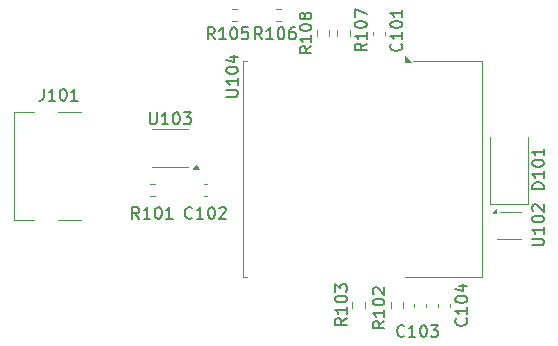
<source format=gto>
%TF.GenerationSoftware,KiCad,Pcbnew,8.0.6*%
%TF.CreationDate,2024-12-09T16:08:49+11:00*%
%TF.ProjectId,PropellerLampMate,50726f70-656c-46c6-9572-4c616d704d61,rev?*%
%TF.SameCoordinates,Original*%
%TF.FileFunction,Legend,Top*%
%TF.FilePolarity,Positive*%
%FSLAX46Y46*%
G04 Gerber Fmt 4.6, Leading zero omitted, Abs format (unit mm)*
G04 Created by KiCad (PCBNEW 8.0.6) date 2024-12-09 16:08:49*
%MOMM*%
%LPD*%
G01*
G04 APERTURE LIST*
%ADD10C,0.150000*%
%ADD11C,0.120000*%
G04 APERTURE END LIST*
D10*
X177859580Y-47619047D02*
X177907200Y-47666666D01*
X177907200Y-47666666D02*
X177954819Y-47809523D01*
X177954819Y-47809523D02*
X177954819Y-47904761D01*
X177954819Y-47904761D02*
X177907200Y-48047618D01*
X177907200Y-48047618D02*
X177811961Y-48142856D01*
X177811961Y-48142856D02*
X177716723Y-48190475D01*
X177716723Y-48190475D02*
X177526247Y-48238094D01*
X177526247Y-48238094D02*
X177383390Y-48238094D01*
X177383390Y-48238094D02*
X177192914Y-48190475D01*
X177192914Y-48190475D02*
X177097676Y-48142856D01*
X177097676Y-48142856D02*
X177002438Y-48047618D01*
X177002438Y-48047618D02*
X176954819Y-47904761D01*
X176954819Y-47904761D02*
X176954819Y-47809523D01*
X176954819Y-47809523D02*
X177002438Y-47666666D01*
X177002438Y-47666666D02*
X177050057Y-47619047D01*
X177954819Y-46666666D02*
X177954819Y-47238094D01*
X177954819Y-46952380D02*
X176954819Y-46952380D01*
X176954819Y-46952380D02*
X177097676Y-47047618D01*
X177097676Y-47047618D02*
X177192914Y-47142856D01*
X177192914Y-47142856D02*
X177240533Y-47238094D01*
X176954819Y-46047618D02*
X176954819Y-45952380D01*
X176954819Y-45952380D02*
X177002438Y-45857142D01*
X177002438Y-45857142D02*
X177050057Y-45809523D01*
X177050057Y-45809523D02*
X177145295Y-45761904D01*
X177145295Y-45761904D02*
X177335771Y-45714285D01*
X177335771Y-45714285D02*
X177573866Y-45714285D01*
X177573866Y-45714285D02*
X177764342Y-45761904D01*
X177764342Y-45761904D02*
X177859580Y-45809523D01*
X177859580Y-45809523D02*
X177907200Y-45857142D01*
X177907200Y-45857142D02*
X177954819Y-45952380D01*
X177954819Y-45952380D02*
X177954819Y-46047618D01*
X177954819Y-46047618D02*
X177907200Y-46142856D01*
X177907200Y-46142856D02*
X177859580Y-46190475D01*
X177859580Y-46190475D02*
X177764342Y-46238094D01*
X177764342Y-46238094D02*
X177573866Y-46285713D01*
X177573866Y-46285713D02*
X177335771Y-46285713D01*
X177335771Y-46285713D02*
X177145295Y-46238094D01*
X177145295Y-46238094D02*
X177050057Y-46190475D01*
X177050057Y-46190475D02*
X177002438Y-46142856D01*
X177002438Y-46142856D02*
X176954819Y-46047618D01*
X177954819Y-44761904D02*
X177954819Y-45333332D01*
X177954819Y-45047618D02*
X176954819Y-45047618D01*
X176954819Y-45047618D02*
X177097676Y-45142856D01*
X177097676Y-45142856D02*
X177192914Y-45238094D01*
X177192914Y-45238094D02*
X177240533Y-45333332D01*
X170274819Y-47869047D02*
X169798628Y-48202380D01*
X170274819Y-48440475D02*
X169274819Y-48440475D01*
X169274819Y-48440475D02*
X169274819Y-48059523D01*
X169274819Y-48059523D02*
X169322438Y-47964285D01*
X169322438Y-47964285D02*
X169370057Y-47916666D01*
X169370057Y-47916666D02*
X169465295Y-47869047D01*
X169465295Y-47869047D02*
X169608152Y-47869047D01*
X169608152Y-47869047D02*
X169703390Y-47916666D01*
X169703390Y-47916666D02*
X169751009Y-47964285D01*
X169751009Y-47964285D02*
X169798628Y-48059523D01*
X169798628Y-48059523D02*
X169798628Y-48440475D01*
X170274819Y-46916666D02*
X170274819Y-47488094D01*
X170274819Y-47202380D02*
X169274819Y-47202380D01*
X169274819Y-47202380D02*
X169417676Y-47297618D01*
X169417676Y-47297618D02*
X169512914Y-47392856D01*
X169512914Y-47392856D02*
X169560533Y-47488094D01*
X169274819Y-46297618D02*
X169274819Y-46202380D01*
X169274819Y-46202380D02*
X169322438Y-46107142D01*
X169322438Y-46107142D02*
X169370057Y-46059523D01*
X169370057Y-46059523D02*
X169465295Y-46011904D01*
X169465295Y-46011904D02*
X169655771Y-45964285D01*
X169655771Y-45964285D02*
X169893866Y-45964285D01*
X169893866Y-45964285D02*
X170084342Y-46011904D01*
X170084342Y-46011904D02*
X170179580Y-46059523D01*
X170179580Y-46059523D02*
X170227200Y-46107142D01*
X170227200Y-46107142D02*
X170274819Y-46202380D01*
X170274819Y-46202380D02*
X170274819Y-46297618D01*
X170274819Y-46297618D02*
X170227200Y-46392856D01*
X170227200Y-46392856D02*
X170179580Y-46440475D01*
X170179580Y-46440475D02*
X170084342Y-46488094D01*
X170084342Y-46488094D02*
X169893866Y-46535713D01*
X169893866Y-46535713D02*
X169655771Y-46535713D01*
X169655771Y-46535713D02*
X169465295Y-46488094D01*
X169465295Y-46488094D02*
X169370057Y-46440475D01*
X169370057Y-46440475D02*
X169322438Y-46392856D01*
X169322438Y-46392856D02*
X169274819Y-46297618D01*
X169703390Y-45392856D02*
X169655771Y-45488094D01*
X169655771Y-45488094D02*
X169608152Y-45535713D01*
X169608152Y-45535713D02*
X169512914Y-45583332D01*
X169512914Y-45583332D02*
X169465295Y-45583332D01*
X169465295Y-45583332D02*
X169370057Y-45535713D01*
X169370057Y-45535713D02*
X169322438Y-45488094D01*
X169322438Y-45488094D02*
X169274819Y-45392856D01*
X169274819Y-45392856D02*
X169274819Y-45202380D01*
X169274819Y-45202380D02*
X169322438Y-45107142D01*
X169322438Y-45107142D02*
X169370057Y-45059523D01*
X169370057Y-45059523D02*
X169465295Y-45011904D01*
X169465295Y-45011904D02*
X169512914Y-45011904D01*
X169512914Y-45011904D02*
X169608152Y-45059523D01*
X169608152Y-45059523D02*
X169655771Y-45107142D01*
X169655771Y-45107142D02*
X169703390Y-45202380D01*
X169703390Y-45202380D02*
X169703390Y-45392856D01*
X169703390Y-45392856D02*
X169751009Y-45488094D01*
X169751009Y-45488094D02*
X169798628Y-45535713D01*
X169798628Y-45535713D02*
X169893866Y-45583332D01*
X169893866Y-45583332D02*
X170084342Y-45583332D01*
X170084342Y-45583332D02*
X170179580Y-45535713D01*
X170179580Y-45535713D02*
X170227200Y-45488094D01*
X170227200Y-45488094D02*
X170274819Y-45392856D01*
X170274819Y-45392856D02*
X170274819Y-45202380D01*
X170274819Y-45202380D02*
X170227200Y-45107142D01*
X170227200Y-45107142D02*
X170179580Y-45059523D01*
X170179580Y-45059523D02*
X170084342Y-45011904D01*
X170084342Y-45011904D02*
X169893866Y-45011904D01*
X169893866Y-45011904D02*
X169798628Y-45059523D01*
X169798628Y-45059523D02*
X169751009Y-45107142D01*
X169751009Y-45107142D02*
X169703390Y-45202380D01*
X162080952Y-47254819D02*
X161747619Y-46778628D01*
X161509524Y-47254819D02*
X161509524Y-46254819D01*
X161509524Y-46254819D02*
X161890476Y-46254819D01*
X161890476Y-46254819D02*
X161985714Y-46302438D01*
X161985714Y-46302438D02*
X162033333Y-46350057D01*
X162033333Y-46350057D02*
X162080952Y-46445295D01*
X162080952Y-46445295D02*
X162080952Y-46588152D01*
X162080952Y-46588152D02*
X162033333Y-46683390D01*
X162033333Y-46683390D02*
X161985714Y-46731009D01*
X161985714Y-46731009D02*
X161890476Y-46778628D01*
X161890476Y-46778628D02*
X161509524Y-46778628D01*
X163033333Y-47254819D02*
X162461905Y-47254819D01*
X162747619Y-47254819D02*
X162747619Y-46254819D01*
X162747619Y-46254819D02*
X162652381Y-46397676D01*
X162652381Y-46397676D02*
X162557143Y-46492914D01*
X162557143Y-46492914D02*
X162461905Y-46540533D01*
X163652381Y-46254819D02*
X163747619Y-46254819D01*
X163747619Y-46254819D02*
X163842857Y-46302438D01*
X163842857Y-46302438D02*
X163890476Y-46350057D01*
X163890476Y-46350057D02*
X163938095Y-46445295D01*
X163938095Y-46445295D02*
X163985714Y-46635771D01*
X163985714Y-46635771D02*
X163985714Y-46873866D01*
X163985714Y-46873866D02*
X163938095Y-47064342D01*
X163938095Y-47064342D02*
X163890476Y-47159580D01*
X163890476Y-47159580D02*
X163842857Y-47207200D01*
X163842857Y-47207200D02*
X163747619Y-47254819D01*
X163747619Y-47254819D02*
X163652381Y-47254819D01*
X163652381Y-47254819D02*
X163557143Y-47207200D01*
X163557143Y-47207200D02*
X163509524Y-47159580D01*
X163509524Y-47159580D02*
X163461905Y-47064342D01*
X163461905Y-47064342D02*
X163414286Y-46873866D01*
X163414286Y-46873866D02*
X163414286Y-46635771D01*
X163414286Y-46635771D02*
X163461905Y-46445295D01*
X163461905Y-46445295D02*
X163509524Y-46350057D01*
X163509524Y-46350057D02*
X163557143Y-46302438D01*
X163557143Y-46302438D02*
X163652381Y-46254819D01*
X164890476Y-46254819D02*
X164414286Y-46254819D01*
X164414286Y-46254819D02*
X164366667Y-46731009D01*
X164366667Y-46731009D02*
X164414286Y-46683390D01*
X164414286Y-46683390D02*
X164509524Y-46635771D01*
X164509524Y-46635771D02*
X164747619Y-46635771D01*
X164747619Y-46635771D02*
X164842857Y-46683390D01*
X164842857Y-46683390D02*
X164890476Y-46731009D01*
X164890476Y-46731009D02*
X164938095Y-46826247D01*
X164938095Y-46826247D02*
X164938095Y-47064342D01*
X164938095Y-47064342D02*
X164890476Y-47159580D01*
X164890476Y-47159580D02*
X164842857Y-47207200D01*
X164842857Y-47207200D02*
X164747619Y-47254819D01*
X164747619Y-47254819D02*
X164509524Y-47254819D01*
X164509524Y-47254819D02*
X164414286Y-47207200D01*
X164414286Y-47207200D02*
X164366667Y-47159580D01*
X147589285Y-51454819D02*
X147589285Y-52169104D01*
X147589285Y-52169104D02*
X147541666Y-52311961D01*
X147541666Y-52311961D02*
X147446428Y-52407200D01*
X147446428Y-52407200D02*
X147303571Y-52454819D01*
X147303571Y-52454819D02*
X147208333Y-52454819D01*
X148589285Y-52454819D02*
X148017857Y-52454819D01*
X148303571Y-52454819D02*
X148303571Y-51454819D01*
X148303571Y-51454819D02*
X148208333Y-51597676D01*
X148208333Y-51597676D02*
X148113095Y-51692914D01*
X148113095Y-51692914D02*
X148017857Y-51740533D01*
X149208333Y-51454819D02*
X149303571Y-51454819D01*
X149303571Y-51454819D02*
X149398809Y-51502438D01*
X149398809Y-51502438D02*
X149446428Y-51550057D01*
X149446428Y-51550057D02*
X149494047Y-51645295D01*
X149494047Y-51645295D02*
X149541666Y-51835771D01*
X149541666Y-51835771D02*
X149541666Y-52073866D01*
X149541666Y-52073866D02*
X149494047Y-52264342D01*
X149494047Y-52264342D02*
X149446428Y-52359580D01*
X149446428Y-52359580D02*
X149398809Y-52407200D01*
X149398809Y-52407200D02*
X149303571Y-52454819D01*
X149303571Y-52454819D02*
X149208333Y-52454819D01*
X149208333Y-52454819D02*
X149113095Y-52407200D01*
X149113095Y-52407200D02*
X149065476Y-52359580D01*
X149065476Y-52359580D02*
X149017857Y-52264342D01*
X149017857Y-52264342D02*
X148970238Y-52073866D01*
X148970238Y-52073866D02*
X148970238Y-51835771D01*
X148970238Y-51835771D02*
X149017857Y-51645295D01*
X149017857Y-51645295D02*
X149065476Y-51550057D01*
X149065476Y-51550057D02*
X149113095Y-51502438D01*
X149113095Y-51502438D02*
X149208333Y-51454819D01*
X150494047Y-52454819D02*
X149922619Y-52454819D01*
X150208333Y-52454819D02*
X150208333Y-51454819D01*
X150208333Y-51454819D02*
X150113095Y-51597676D01*
X150113095Y-51597676D02*
X150017857Y-51692914D01*
X150017857Y-51692914D02*
X149922619Y-51740533D01*
X160180953Y-62359580D02*
X160133334Y-62407200D01*
X160133334Y-62407200D02*
X159990477Y-62454819D01*
X159990477Y-62454819D02*
X159895239Y-62454819D01*
X159895239Y-62454819D02*
X159752382Y-62407200D01*
X159752382Y-62407200D02*
X159657144Y-62311961D01*
X159657144Y-62311961D02*
X159609525Y-62216723D01*
X159609525Y-62216723D02*
X159561906Y-62026247D01*
X159561906Y-62026247D02*
X159561906Y-61883390D01*
X159561906Y-61883390D02*
X159609525Y-61692914D01*
X159609525Y-61692914D02*
X159657144Y-61597676D01*
X159657144Y-61597676D02*
X159752382Y-61502438D01*
X159752382Y-61502438D02*
X159895239Y-61454819D01*
X159895239Y-61454819D02*
X159990477Y-61454819D01*
X159990477Y-61454819D02*
X160133334Y-61502438D01*
X160133334Y-61502438D02*
X160180953Y-61550057D01*
X161133334Y-62454819D02*
X160561906Y-62454819D01*
X160847620Y-62454819D02*
X160847620Y-61454819D01*
X160847620Y-61454819D02*
X160752382Y-61597676D01*
X160752382Y-61597676D02*
X160657144Y-61692914D01*
X160657144Y-61692914D02*
X160561906Y-61740533D01*
X161752382Y-61454819D02*
X161847620Y-61454819D01*
X161847620Y-61454819D02*
X161942858Y-61502438D01*
X161942858Y-61502438D02*
X161990477Y-61550057D01*
X161990477Y-61550057D02*
X162038096Y-61645295D01*
X162038096Y-61645295D02*
X162085715Y-61835771D01*
X162085715Y-61835771D02*
X162085715Y-62073866D01*
X162085715Y-62073866D02*
X162038096Y-62264342D01*
X162038096Y-62264342D02*
X161990477Y-62359580D01*
X161990477Y-62359580D02*
X161942858Y-62407200D01*
X161942858Y-62407200D02*
X161847620Y-62454819D01*
X161847620Y-62454819D02*
X161752382Y-62454819D01*
X161752382Y-62454819D02*
X161657144Y-62407200D01*
X161657144Y-62407200D02*
X161609525Y-62359580D01*
X161609525Y-62359580D02*
X161561906Y-62264342D01*
X161561906Y-62264342D02*
X161514287Y-62073866D01*
X161514287Y-62073866D02*
X161514287Y-61835771D01*
X161514287Y-61835771D02*
X161561906Y-61645295D01*
X161561906Y-61645295D02*
X161609525Y-61550057D01*
X161609525Y-61550057D02*
X161657144Y-61502438D01*
X161657144Y-61502438D02*
X161752382Y-61454819D01*
X162466668Y-61550057D02*
X162514287Y-61502438D01*
X162514287Y-61502438D02*
X162609525Y-61454819D01*
X162609525Y-61454819D02*
X162847620Y-61454819D01*
X162847620Y-61454819D02*
X162942858Y-61502438D01*
X162942858Y-61502438D02*
X162990477Y-61550057D01*
X162990477Y-61550057D02*
X163038096Y-61645295D01*
X163038096Y-61645295D02*
X163038096Y-61740533D01*
X163038096Y-61740533D02*
X162990477Y-61883390D01*
X162990477Y-61883390D02*
X162419049Y-62454819D01*
X162419049Y-62454819D02*
X163038096Y-62454819D01*
X176454819Y-71119047D02*
X175978628Y-71452380D01*
X176454819Y-71690475D02*
X175454819Y-71690475D01*
X175454819Y-71690475D02*
X175454819Y-71309523D01*
X175454819Y-71309523D02*
X175502438Y-71214285D01*
X175502438Y-71214285D02*
X175550057Y-71166666D01*
X175550057Y-71166666D02*
X175645295Y-71119047D01*
X175645295Y-71119047D02*
X175788152Y-71119047D01*
X175788152Y-71119047D02*
X175883390Y-71166666D01*
X175883390Y-71166666D02*
X175931009Y-71214285D01*
X175931009Y-71214285D02*
X175978628Y-71309523D01*
X175978628Y-71309523D02*
X175978628Y-71690475D01*
X176454819Y-70166666D02*
X176454819Y-70738094D01*
X176454819Y-70452380D02*
X175454819Y-70452380D01*
X175454819Y-70452380D02*
X175597676Y-70547618D01*
X175597676Y-70547618D02*
X175692914Y-70642856D01*
X175692914Y-70642856D02*
X175740533Y-70738094D01*
X175454819Y-69547618D02*
X175454819Y-69452380D01*
X175454819Y-69452380D02*
X175502438Y-69357142D01*
X175502438Y-69357142D02*
X175550057Y-69309523D01*
X175550057Y-69309523D02*
X175645295Y-69261904D01*
X175645295Y-69261904D02*
X175835771Y-69214285D01*
X175835771Y-69214285D02*
X176073866Y-69214285D01*
X176073866Y-69214285D02*
X176264342Y-69261904D01*
X176264342Y-69261904D02*
X176359580Y-69309523D01*
X176359580Y-69309523D02*
X176407200Y-69357142D01*
X176407200Y-69357142D02*
X176454819Y-69452380D01*
X176454819Y-69452380D02*
X176454819Y-69547618D01*
X176454819Y-69547618D02*
X176407200Y-69642856D01*
X176407200Y-69642856D02*
X176359580Y-69690475D01*
X176359580Y-69690475D02*
X176264342Y-69738094D01*
X176264342Y-69738094D02*
X176073866Y-69785713D01*
X176073866Y-69785713D02*
X175835771Y-69785713D01*
X175835771Y-69785713D02*
X175645295Y-69738094D01*
X175645295Y-69738094D02*
X175550057Y-69690475D01*
X175550057Y-69690475D02*
X175502438Y-69642856D01*
X175502438Y-69642856D02*
X175454819Y-69547618D01*
X175550057Y-68833332D02*
X175502438Y-68785713D01*
X175502438Y-68785713D02*
X175454819Y-68690475D01*
X175454819Y-68690475D02*
X175454819Y-68452380D01*
X175454819Y-68452380D02*
X175502438Y-68357142D01*
X175502438Y-68357142D02*
X175550057Y-68309523D01*
X175550057Y-68309523D02*
X175645295Y-68261904D01*
X175645295Y-68261904D02*
X175740533Y-68261904D01*
X175740533Y-68261904D02*
X175883390Y-68309523D01*
X175883390Y-68309523D02*
X176454819Y-68880951D01*
X176454819Y-68880951D02*
X176454819Y-68261904D01*
X174954819Y-47619047D02*
X174478628Y-47952380D01*
X174954819Y-48190475D02*
X173954819Y-48190475D01*
X173954819Y-48190475D02*
X173954819Y-47809523D01*
X173954819Y-47809523D02*
X174002438Y-47714285D01*
X174002438Y-47714285D02*
X174050057Y-47666666D01*
X174050057Y-47666666D02*
X174145295Y-47619047D01*
X174145295Y-47619047D02*
X174288152Y-47619047D01*
X174288152Y-47619047D02*
X174383390Y-47666666D01*
X174383390Y-47666666D02*
X174431009Y-47714285D01*
X174431009Y-47714285D02*
X174478628Y-47809523D01*
X174478628Y-47809523D02*
X174478628Y-48190475D01*
X174954819Y-46666666D02*
X174954819Y-47238094D01*
X174954819Y-46952380D02*
X173954819Y-46952380D01*
X173954819Y-46952380D02*
X174097676Y-47047618D01*
X174097676Y-47047618D02*
X174192914Y-47142856D01*
X174192914Y-47142856D02*
X174240533Y-47238094D01*
X173954819Y-46047618D02*
X173954819Y-45952380D01*
X173954819Y-45952380D02*
X174002438Y-45857142D01*
X174002438Y-45857142D02*
X174050057Y-45809523D01*
X174050057Y-45809523D02*
X174145295Y-45761904D01*
X174145295Y-45761904D02*
X174335771Y-45714285D01*
X174335771Y-45714285D02*
X174573866Y-45714285D01*
X174573866Y-45714285D02*
X174764342Y-45761904D01*
X174764342Y-45761904D02*
X174859580Y-45809523D01*
X174859580Y-45809523D02*
X174907200Y-45857142D01*
X174907200Y-45857142D02*
X174954819Y-45952380D01*
X174954819Y-45952380D02*
X174954819Y-46047618D01*
X174954819Y-46047618D02*
X174907200Y-46142856D01*
X174907200Y-46142856D02*
X174859580Y-46190475D01*
X174859580Y-46190475D02*
X174764342Y-46238094D01*
X174764342Y-46238094D02*
X174573866Y-46285713D01*
X174573866Y-46285713D02*
X174335771Y-46285713D01*
X174335771Y-46285713D02*
X174145295Y-46238094D01*
X174145295Y-46238094D02*
X174050057Y-46190475D01*
X174050057Y-46190475D02*
X174002438Y-46142856D01*
X174002438Y-46142856D02*
X173954819Y-46047618D01*
X173954819Y-45380951D02*
X173954819Y-44714285D01*
X173954819Y-44714285D02*
X174954819Y-45142856D01*
X178130952Y-72359580D02*
X178083333Y-72407200D01*
X178083333Y-72407200D02*
X177940476Y-72454819D01*
X177940476Y-72454819D02*
X177845238Y-72454819D01*
X177845238Y-72454819D02*
X177702381Y-72407200D01*
X177702381Y-72407200D02*
X177607143Y-72311961D01*
X177607143Y-72311961D02*
X177559524Y-72216723D01*
X177559524Y-72216723D02*
X177511905Y-72026247D01*
X177511905Y-72026247D02*
X177511905Y-71883390D01*
X177511905Y-71883390D02*
X177559524Y-71692914D01*
X177559524Y-71692914D02*
X177607143Y-71597676D01*
X177607143Y-71597676D02*
X177702381Y-71502438D01*
X177702381Y-71502438D02*
X177845238Y-71454819D01*
X177845238Y-71454819D02*
X177940476Y-71454819D01*
X177940476Y-71454819D02*
X178083333Y-71502438D01*
X178083333Y-71502438D02*
X178130952Y-71550057D01*
X179083333Y-72454819D02*
X178511905Y-72454819D01*
X178797619Y-72454819D02*
X178797619Y-71454819D01*
X178797619Y-71454819D02*
X178702381Y-71597676D01*
X178702381Y-71597676D02*
X178607143Y-71692914D01*
X178607143Y-71692914D02*
X178511905Y-71740533D01*
X179702381Y-71454819D02*
X179797619Y-71454819D01*
X179797619Y-71454819D02*
X179892857Y-71502438D01*
X179892857Y-71502438D02*
X179940476Y-71550057D01*
X179940476Y-71550057D02*
X179988095Y-71645295D01*
X179988095Y-71645295D02*
X180035714Y-71835771D01*
X180035714Y-71835771D02*
X180035714Y-72073866D01*
X180035714Y-72073866D02*
X179988095Y-72264342D01*
X179988095Y-72264342D02*
X179940476Y-72359580D01*
X179940476Y-72359580D02*
X179892857Y-72407200D01*
X179892857Y-72407200D02*
X179797619Y-72454819D01*
X179797619Y-72454819D02*
X179702381Y-72454819D01*
X179702381Y-72454819D02*
X179607143Y-72407200D01*
X179607143Y-72407200D02*
X179559524Y-72359580D01*
X179559524Y-72359580D02*
X179511905Y-72264342D01*
X179511905Y-72264342D02*
X179464286Y-72073866D01*
X179464286Y-72073866D02*
X179464286Y-71835771D01*
X179464286Y-71835771D02*
X179511905Y-71645295D01*
X179511905Y-71645295D02*
X179559524Y-71550057D01*
X179559524Y-71550057D02*
X179607143Y-71502438D01*
X179607143Y-71502438D02*
X179702381Y-71454819D01*
X180369048Y-71454819D02*
X180988095Y-71454819D01*
X180988095Y-71454819D02*
X180654762Y-71835771D01*
X180654762Y-71835771D02*
X180797619Y-71835771D01*
X180797619Y-71835771D02*
X180892857Y-71883390D01*
X180892857Y-71883390D02*
X180940476Y-71931009D01*
X180940476Y-71931009D02*
X180988095Y-72026247D01*
X180988095Y-72026247D02*
X180988095Y-72264342D01*
X180988095Y-72264342D02*
X180940476Y-72359580D01*
X180940476Y-72359580D02*
X180892857Y-72407200D01*
X180892857Y-72407200D02*
X180797619Y-72454819D01*
X180797619Y-72454819D02*
X180511905Y-72454819D01*
X180511905Y-72454819D02*
X180416667Y-72407200D01*
X180416667Y-72407200D02*
X180369048Y-72359580D01*
X173274819Y-70869047D02*
X172798628Y-71202380D01*
X173274819Y-71440475D02*
X172274819Y-71440475D01*
X172274819Y-71440475D02*
X172274819Y-71059523D01*
X172274819Y-71059523D02*
X172322438Y-70964285D01*
X172322438Y-70964285D02*
X172370057Y-70916666D01*
X172370057Y-70916666D02*
X172465295Y-70869047D01*
X172465295Y-70869047D02*
X172608152Y-70869047D01*
X172608152Y-70869047D02*
X172703390Y-70916666D01*
X172703390Y-70916666D02*
X172751009Y-70964285D01*
X172751009Y-70964285D02*
X172798628Y-71059523D01*
X172798628Y-71059523D02*
X172798628Y-71440475D01*
X173274819Y-69916666D02*
X173274819Y-70488094D01*
X173274819Y-70202380D02*
X172274819Y-70202380D01*
X172274819Y-70202380D02*
X172417676Y-70297618D01*
X172417676Y-70297618D02*
X172512914Y-70392856D01*
X172512914Y-70392856D02*
X172560533Y-70488094D01*
X172274819Y-69297618D02*
X172274819Y-69202380D01*
X172274819Y-69202380D02*
X172322438Y-69107142D01*
X172322438Y-69107142D02*
X172370057Y-69059523D01*
X172370057Y-69059523D02*
X172465295Y-69011904D01*
X172465295Y-69011904D02*
X172655771Y-68964285D01*
X172655771Y-68964285D02*
X172893866Y-68964285D01*
X172893866Y-68964285D02*
X173084342Y-69011904D01*
X173084342Y-69011904D02*
X173179580Y-69059523D01*
X173179580Y-69059523D02*
X173227200Y-69107142D01*
X173227200Y-69107142D02*
X173274819Y-69202380D01*
X173274819Y-69202380D02*
X173274819Y-69297618D01*
X173274819Y-69297618D02*
X173227200Y-69392856D01*
X173227200Y-69392856D02*
X173179580Y-69440475D01*
X173179580Y-69440475D02*
X173084342Y-69488094D01*
X173084342Y-69488094D02*
X172893866Y-69535713D01*
X172893866Y-69535713D02*
X172655771Y-69535713D01*
X172655771Y-69535713D02*
X172465295Y-69488094D01*
X172465295Y-69488094D02*
X172370057Y-69440475D01*
X172370057Y-69440475D02*
X172322438Y-69392856D01*
X172322438Y-69392856D02*
X172274819Y-69297618D01*
X172274819Y-68630951D02*
X172274819Y-68011904D01*
X172274819Y-68011904D02*
X172655771Y-68345237D01*
X172655771Y-68345237D02*
X172655771Y-68202380D01*
X172655771Y-68202380D02*
X172703390Y-68107142D01*
X172703390Y-68107142D02*
X172751009Y-68059523D01*
X172751009Y-68059523D02*
X172846247Y-68011904D01*
X172846247Y-68011904D02*
X173084342Y-68011904D01*
X173084342Y-68011904D02*
X173179580Y-68059523D01*
X173179580Y-68059523D02*
X173227200Y-68107142D01*
X173227200Y-68107142D02*
X173274819Y-68202380D01*
X173274819Y-68202380D02*
X173274819Y-68488094D01*
X173274819Y-68488094D02*
X173227200Y-68583332D01*
X173227200Y-68583332D02*
X173179580Y-68630951D01*
X156585715Y-53454819D02*
X156585715Y-54264342D01*
X156585715Y-54264342D02*
X156633334Y-54359580D01*
X156633334Y-54359580D02*
X156680953Y-54407200D01*
X156680953Y-54407200D02*
X156776191Y-54454819D01*
X156776191Y-54454819D02*
X156966667Y-54454819D01*
X156966667Y-54454819D02*
X157061905Y-54407200D01*
X157061905Y-54407200D02*
X157109524Y-54359580D01*
X157109524Y-54359580D02*
X157157143Y-54264342D01*
X157157143Y-54264342D02*
X157157143Y-53454819D01*
X158157143Y-54454819D02*
X157585715Y-54454819D01*
X157871429Y-54454819D02*
X157871429Y-53454819D01*
X157871429Y-53454819D02*
X157776191Y-53597676D01*
X157776191Y-53597676D02*
X157680953Y-53692914D01*
X157680953Y-53692914D02*
X157585715Y-53740533D01*
X158776191Y-53454819D02*
X158871429Y-53454819D01*
X158871429Y-53454819D02*
X158966667Y-53502438D01*
X158966667Y-53502438D02*
X159014286Y-53550057D01*
X159014286Y-53550057D02*
X159061905Y-53645295D01*
X159061905Y-53645295D02*
X159109524Y-53835771D01*
X159109524Y-53835771D02*
X159109524Y-54073866D01*
X159109524Y-54073866D02*
X159061905Y-54264342D01*
X159061905Y-54264342D02*
X159014286Y-54359580D01*
X159014286Y-54359580D02*
X158966667Y-54407200D01*
X158966667Y-54407200D02*
X158871429Y-54454819D01*
X158871429Y-54454819D02*
X158776191Y-54454819D01*
X158776191Y-54454819D02*
X158680953Y-54407200D01*
X158680953Y-54407200D02*
X158633334Y-54359580D01*
X158633334Y-54359580D02*
X158585715Y-54264342D01*
X158585715Y-54264342D02*
X158538096Y-54073866D01*
X158538096Y-54073866D02*
X158538096Y-53835771D01*
X158538096Y-53835771D02*
X158585715Y-53645295D01*
X158585715Y-53645295D02*
X158633334Y-53550057D01*
X158633334Y-53550057D02*
X158680953Y-53502438D01*
X158680953Y-53502438D02*
X158776191Y-53454819D01*
X159442858Y-53454819D02*
X160061905Y-53454819D01*
X160061905Y-53454819D02*
X159728572Y-53835771D01*
X159728572Y-53835771D02*
X159871429Y-53835771D01*
X159871429Y-53835771D02*
X159966667Y-53883390D01*
X159966667Y-53883390D02*
X160014286Y-53931009D01*
X160014286Y-53931009D02*
X160061905Y-54026247D01*
X160061905Y-54026247D02*
X160061905Y-54264342D01*
X160061905Y-54264342D02*
X160014286Y-54359580D01*
X160014286Y-54359580D02*
X159966667Y-54407200D01*
X159966667Y-54407200D02*
X159871429Y-54454819D01*
X159871429Y-54454819D02*
X159585715Y-54454819D01*
X159585715Y-54454819D02*
X159490477Y-54407200D01*
X159490477Y-54407200D02*
X159442858Y-54359580D01*
X183359580Y-70894047D02*
X183407200Y-70941666D01*
X183407200Y-70941666D02*
X183454819Y-71084523D01*
X183454819Y-71084523D02*
X183454819Y-71179761D01*
X183454819Y-71179761D02*
X183407200Y-71322618D01*
X183407200Y-71322618D02*
X183311961Y-71417856D01*
X183311961Y-71417856D02*
X183216723Y-71465475D01*
X183216723Y-71465475D02*
X183026247Y-71513094D01*
X183026247Y-71513094D02*
X182883390Y-71513094D01*
X182883390Y-71513094D02*
X182692914Y-71465475D01*
X182692914Y-71465475D02*
X182597676Y-71417856D01*
X182597676Y-71417856D02*
X182502438Y-71322618D01*
X182502438Y-71322618D02*
X182454819Y-71179761D01*
X182454819Y-71179761D02*
X182454819Y-71084523D01*
X182454819Y-71084523D02*
X182502438Y-70941666D01*
X182502438Y-70941666D02*
X182550057Y-70894047D01*
X183454819Y-69941666D02*
X183454819Y-70513094D01*
X183454819Y-70227380D02*
X182454819Y-70227380D01*
X182454819Y-70227380D02*
X182597676Y-70322618D01*
X182597676Y-70322618D02*
X182692914Y-70417856D01*
X182692914Y-70417856D02*
X182740533Y-70513094D01*
X182454819Y-69322618D02*
X182454819Y-69227380D01*
X182454819Y-69227380D02*
X182502438Y-69132142D01*
X182502438Y-69132142D02*
X182550057Y-69084523D01*
X182550057Y-69084523D02*
X182645295Y-69036904D01*
X182645295Y-69036904D02*
X182835771Y-68989285D01*
X182835771Y-68989285D02*
X183073866Y-68989285D01*
X183073866Y-68989285D02*
X183264342Y-69036904D01*
X183264342Y-69036904D02*
X183359580Y-69084523D01*
X183359580Y-69084523D02*
X183407200Y-69132142D01*
X183407200Y-69132142D02*
X183454819Y-69227380D01*
X183454819Y-69227380D02*
X183454819Y-69322618D01*
X183454819Y-69322618D02*
X183407200Y-69417856D01*
X183407200Y-69417856D02*
X183359580Y-69465475D01*
X183359580Y-69465475D02*
X183264342Y-69513094D01*
X183264342Y-69513094D02*
X183073866Y-69560713D01*
X183073866Y-69560713D02*
X182835771Y-69560713D01*
X182835771Y-69560713D02*
X182645295Y-69513094D01*
X182645295Y-69513094D02*
X182550057Y-69465475D01*
X182550057Y-69465475D02*
X182502438Y-69417856D01*
X182502438Y-69417856D02*
X182454819Y-69322618D01*
X182788152Y-68132142D02*
X183454819Y-68132142D01*
X182407200Y-68370237D02*
X183121485Y-68608332D01*
X183121485Y-68608332D02*
X183121485Y-67989285D01*
X166080952Y-47254819D02*
X165747619Y-46778628D01*
X165509524Y-47254819D02*
X165509524Y-46254819D01*
X165509524Y-46254819D02*
X165890476Y-46254819D01*
X165890476Y-46254819D02*
X165985714Y-46302438D01*
X165985714Y-46302438D02*
X166033333Y-46350057D01*
X166033333Y-46350057D02*
X166080952Y-46445295D01*
X166080952Y-46445295D02*
X166080952Y-46588152D01*
X166080952Y-46588152D02*
X166033333Y-46683390D01*
X166033333Y-46683390D02*
X165985714Y-46731009D01*
X165985714Y-46731009D02*
X165890476Y-46778628D01*
X165890476Y-46778628D02*
X165509524Y-46778628D01*
X167033333Y-47254819D02*
X166461905Y-47254819D01*
X166747619Y-47254819D02*
X166747619Y-46254819D01*
X166747619Y-46254819D02*
X166652381Y-46397676D01*
X166652381Y-46397676D02*
X166557143Y-46492914D01*
X166557143Y-46492914D02*
X166461905Y-46540533D01*
X167652381Y-46254819D02*
X167747619Y-46254819D01*
X167747619Y-46254819D02*
X167842857Y-46302438D01*
X167842857Y-46302438D02*
X167890476Y-46350057D01*
X167890476Y-46350057D02*
X167938095Y-46445295D01*
X167938095Y-46445295D02*
X167985714Y-46635771D01*
X167985714Y-46635771D02*
X167985714Y-46873866D01*
X167985714Y-46873866D02*
X167938095Y-47064342D01*
X167938095Y-47064342D02*
X167890476Y-47159580D01*
X167890476Y-47159580D02*
X167842857Y-47207200D01*
X167842857Y-47207200D02*
X167747619Y-47254819D01*
X167747619Y-47254819D02*
X167652381Y-47254819D01*
X167652381Y-47254819D02*
X167557143Y-47207200D01*
X167557143Y-47207200D02*
X167509524Y-47159580D01*
X167509524Y-47159580D02*
X167461905Y-47064342D01*
X167461905Y-47064342D02*
X167414286Y-46873866D01*
X167414286Y-46873866D02*
X167414286Y-46635771D01*
X167414286Y-46635771D02*
X167461905Y-46445295D01*
X167461905Y-46445295D02*
X167509524Y-46350057D01*
X167509524Y-46350057D02*
X167557143Y-46302438D01*
X167557143Y-46302438D02*
X167652381Y-46254819D01*
X168842857Y-46254819D02*
X168652381Y-46254819D01*
X168652381Y-46254819D02*
X168557143Y-46302438D01*
X168557143Y-46302438D02*
X168509524Y-46350057D01*
X168509524Y-46350057D02*
X168414286Y-46492914D01*
X168414286Y-46492914D02*
X168366667Y-46683390D01*
X168366667Y-46683390D02*
X168366667Y-47064342D01*
X168366667Y-47064342D02*
X168414286Y-47159580D01*
X168414286Y-47159580D02*
X168461905Y-47207200D01*
X168461905Y-47207200D02*
X168557143Y-47254819D01*
X168557143Y-47254819D02*
X168747619Y-47254819D01*
X168747619Y-47254819D02*
X168842857Y-47207200D01*
X168842857Y-47207200D02*
X168890476Y-47159580D01*
X168890476Y-47159580D02*
X168938095Y-47064342D01*
X168938095Y-47064342D02*
X168938095Y-46826247D01*
X168938095Y-46826247D02*
X168890476Y-46731009D01*
X168890476Y-46731009D02*
X168842857Y-46683390D01*
X168842857Y-46683390D02*
X168747619Y-46635771D01*
X168747619Y-46635771D02*
X168557143Y-46635771D01*
X168557143Y-46635771D02*
X168461905Y-46683390D01*
X168461905Y-46683390D02*
X168414286Y-46731009D01*
X168414286Y-46731009D02*
X168366667Y-46826247D01*
X163054819Y-52114285D02*
X163864342Y-52114285D01*
X163864342Y-52114285D02*
X163959580Y-52066666D01*
X163959580Y-52066666D02*
X164007200Y-52019047D01*
X164007200Y-52019047D02*
X164054819Y-51923809D01*
X164054819Y-51923809D02*
X164054819Y-51733333D01*
X164054819Y-51733333D02*
X164007200Y-51638095D01*
X164007200Y-51638095D02*
X163959580Y-51590476D01*
X163959580Y-51590476D02*
X163864342Y-51542857D01*
X163864342Y-51542857D02*
X163054819Y-51542857D01*
X164054819Y-50542857D02*
X164054819Y-51114285D01*
X164054819Y-50828571D02*
X163054819Y-50828571D01*
X163054819Y-50828571D02*
X163197676Y-50923809D01*
X163197676Y-50923809D02*
X163292914Y-51019047D01*
X163292914Y-51019047D02*
X163340533Y-51114285D01*
X163054819Y-49923809D02*
X163054819Y-49828571D01*
X163054819Y-49828571D02*
X163102438Y-49733333D01*
X163102438Y-49733333D02*
X163150057Y-49685714D01*
X163150057Y-49685714D02*
X163245295Y-49638095D01*
X163245295Y-49638095D02*
X163435771Y-49590476D01*
X163435771Y-49590476D02*
X163673866Y-49590476D01*
X163673866Y-49590476D02*
X163864342Y-49638095D01*
X163864342Y-49638095D02*
X163959580Y-49685714D01*
X163959580Y-49685714D02*
X164007200Y-49733333D01*
X164007200Y-49733333D02*
X164054819Y-49828571D01*
X164054819Y-49828571D02*
X164054819Y-49923809D01*
X164054819Y-49923809D02*
X164007200Y-50019047D01*
X164007200Y-50019047D02*
X163959580Y-50066666D01*
X163959580Y-50066666D02*
X163864342Y-50114285D01*
X163864342Y-50114285D02*
X163673866Y-50161904D01*
X163673866Y-50161904D02*
X163435771Y-50161904D01*
X163435771Y-50161904D02*
X163245295Y-50114285D01*
X163245295Y-50114285D02*
X163150057Y-50066666D01*
X163150057Y-50066666D02*
X163102438Y-50019047D01*
X163102438Y-50019047D02*
X163054819Y-49923809D01*
X163388152Y-48733333D02*
X164054819Y-48733333D01*
X163007200Y-48971428D02*
X163721485Y-49209523D01*
X163721485Y-49209523D02*
X163721485Y-48590476D01*
X188954819Y-64714285D02*
X189764342Y-64714285D01*
X189764342Y-64714285D02*
X189859580Y-64666666D01*
X189859580Y-64666666D02*
X189907200Y-64619047D01*
X189907200Y-64619047D02*
X189954819Y-64523809D01*
X189954819Y-64523809D02*
X189954819Y-64333333D01*
X189954819Y-64333333D02*
X189907200Y-64238095D01*
X189907200Y-64238095D02*
X189859580Y-64190476D01*
X189859580Y-64190476D02*
X189764342Y-64142857D01*
X189764342Y-64142857D02*
X188954819Y-64142857D01*
X189954819Y-63142857D02*
X189954819Y-63714285D01*
X189954819Y-63428571D02*
X188954819Y-63428571D01*
X188954819Y-63428571D02*
X189097676Y-63523809D01*
X189097676Y-63523809D02*
X189192914Y-63619047D01*
X189192914Y-63619047D02*
X189240533Y-63714285D01*
X188954819Y-62523809D02*
X188954819Y-62428571D01*
X188954819Y-62428571D02*
X189002438Y-62333333D01*
X189002438Y-62333333D02*
X189050057Y-62285714D01*
X189050057Y-62285714D02*
X189145295Y-62238095D01*
X189145295Y-62238095D02*
X189335771Y-62190476D01*
X189335771Y-62190476D02*
X189573866Y-62190476D01*
X189573866Y-62190476D02*
X189764342Y-62238095D01*
X189764342Y-62238095D02*
X189859580Y-62285714D01*
X189859580Y-62285714D02*
X189907200Y-62333333D01*
X189907200Y-62333333D02*
X189954819Y-62428571D01*
X189954819Y-62428571D02*
X189954819Y-62523809D01*
X189954819Y-62523809D02*
X189907200Y-62619047D01*
X189907200Y-62619047D02*
X189859580Y-62666666D01*
X189859580Y-62666666D02*
X189764342Y-62714285D01*
X189764342Y-62714285D02*
X189573866Y-62761904D01*
X189573866Y-62761904D02*
X189335771Y-62761904D01*
X189335771Y-62761904D02*
X189145295Y-62714285D01*
X189145295Y-62714285D02*
X189050057Y-62666666D01*
X189050057Y-62666666D02*
X189002438Y-62619047D01*
X189002438Y-62619047D02*
X188954819Y-62523809D01*
X189050057Y-61809523D02*
X189002438Y-61761904D01*
X189002438Y-61761904D02*
X188954819Y-61666666D01*
X188954819Y-61666666D02*
X188954819Y-61428571D01*
X188954819Y-61428571D02*
X189002438Y-61333333D01*
X189002438Y-61333333D02*
X189050057Y-61285714D01*
X189050057Y-61285714D02*
X189145295Y-61238095D01*
X189145295Y-61238095D02*
X189240533Y-61238095D01*
X189240533Y-61238095D02*
X189383390Y-61285714D01*
X189383390Y-61285714D02*
X189954819Y-61857142D01*
X189954819Y-61857142D02*
X189954819Y-61238095D01*
X155680953Y-62454819D02*
X155347620Y-61978628D01*
X155109525Y-62454819D02*
X155109525Y-61454819D01*
X155109525Y-61454819D02*
X155490477Y-61454819D01*
X155490477Y-61454819D02*
X155585715Y-61502438D01*
X155585715Y-61502438D02*
X155633334Y-61550057D01*
X155633334Y-61550057D02*
X155680953Y-61645295D01*
X155680953Y-61645295D02*
X155680953Y-61788152D01*
X155680953Y-61788152D02*
X155633334Y-61883390D01*
X155633334Y-61883390D02*
X155585715Y-61931009D01*
X155585715Y-61931009D02*
X155490477Y-61978628D01*
X155490477Y-61978628D02*
X155109525Y-61978628D01*
X156633334Y-62454819D02*
X156061906Y-62454819D01*
X156347620Y-62454819D02*
X156347620Y-61454819D01*
X156347620Y-61454819D02*
X156252382Y-61597676D01*
X156252382Y-61597676D02*
X156157144Y-61692914D01*
X156157144Y-61692914D02*
X156061906Y-61740533D01*
X157252382Y-61454819D02*
X157347620Y-61454819D01*
X157347620Y-61454819D02*
X157442858Y-61502438D01*
X157442858Y-61502438D02*
X157490477Y-61550057D01*
X157490477Y-61550057D02*
X157538096Y-61645295D01*
X157538096Y-61645295D02*
X157585715Y-61835771D01*
X157585715Y-61835771D02*
X157585715Y-62073866D01*
X157585715Y-62073866D02*
X157538096Y-62264342D01*
X157538096Y-62264342D02*
X157490477Y-62359580D01*
X157490477Y-62359580D02*
X157442858Y-62407200D01*
X157442858Y-62407200D02*
X157347620Y-62454819D01*
X157347620Y-62454819D02*
X157252382Y-62454819D01*
X157252382Y-62454819D02*
X157157144Y-62407200D01*
X157157144Y-62407200D02*
X157109525Y-62359580D01*
X157109525Y-62359580D02*
X157061906Y-62264342D01*
X157061906Y-62264342D02*
X157014287Y-62073866D01*
X157014287Y-62073866D02*
X157014287Y-61835771D01*
X157014287Y-61835771D02*
X157061906Y-61645295D01*
X157061906Y-61645295D02*
X157109525Y-61550057D01*
X157109525Y-61550057D02*
X157157144Y-61502438D01*
X157157144Y-61502438D02*
X157252382Y-61454819D01*
X158538096Y-62454819D02*
X157966668Y-62454819D01*
X158252382Y-62454819D02*
X158252382Y-61454819D01*
X158252382Y-61454819D02*
X158157144Y-61597676D01*
X158157144Y-61597676D02*
X158061906Y-61692914D01*
X158061906Y-61692914D02*
X157966668Y-61740533D01*
X189954819Y-59940475D02*
X188954819Y-59940475D01*
X188954819Y-59940475D02*
X188954819Y-59702380D01*
X188954819Y-59702380D02*
X189002438Y-59559523D01*
X189002438Y-59559523D02*
X189097676Y-59464285D01*
X189097676Y-59464285D02*
X189192914Y-59416666D01*
X189192914Y-59416666D02*
X189383390Y-59369047D01*
X189383390Y-59369047D02*
X189526247Y-59369047D01*
X189526247Y-59369047D02*
X189716723Y-59416666D01*
X189716723Y-59416666D02*
X189811961Y-59464285D01*
X189811961Y-59464285D02*
X189907200Y-59559523D01*
X189907200Y-59559523D02*
X189954819Y-59702380D01*
X189954819Y-59702380D02*
X189954819Y-59940475D01*
X189954819Y-58416666D02*
X189954819Y-58988094D01*
X189954819Y-58702380D02*
X188954819Y-58702380D01*
X188954819Y-58702380D02*
X189097676Y-58797618D01*
X189097676Y-58797618D02*
X189192914Y-58892856D01*
X189192914Y-58892856D02*
X189240533Y-58988094D01*
X188954819Y-57797618D02*
X188954819Y-57702380D01*
X188954819Y-57702380D02*
X189002438Y-57607142D01*
X189002438Y-57607142D02*
X189050057Y-57559523D01*
X189050057Y-57559523D02*
X189145295Y-57511904D01*
X189145295Y-57511904D02*
X189335771Y-57464285D01*
X189335771Y-57464285D02*
X189573866Y-57464285D01*
X189573866Y-57464285D02*
X189764342Y-57511904D01*
X189764342Y-57511904D02*
X189859580Y-57559523D01*
X189859580Y-57559523D02*
X189907200Y-57607142D01*
X189907200Y-57607142D02*
X189954819Y-57702380D01*
X189954819Y-57702380D02*
X189954819Y-57797618D01*
X189954819Y-57797618D02*
X189907200Y-57892856D01*
X189907200Y-57892856D02*
X189859580Y-57940475D01*
X189859580Y-57940475D02*
X189764342Y-57988094D01*
X189764342Y-57988094D02*
X189573866Y-58035713D01*
X189573866Y-58035713D02*
X189335771Y-58035713D01*
X189335771Y-58035713D02*
X189145295Y-57988094D01*
X189145295Y-57988094D02*
X189050057Y-57940475D01*
X189050057Y-57940475D02*
X189002438Y-57892856D01*
X189002438Y-57892856D02*
X188954819Y-57797618D01*
X189954819Y-56511904D02*
X189954819Y-57083332D01*
X189954819Y-56797618D02*
X188954819Y-56797618D01*
X188954819Y-56797618D02*
X189097676Y-56892856D01*
X189097676Y-56892856D02*
X189192914Y-56988094D01*
X189192914Y-56988094D02*
X189240533Y-57083332D01*
D11*
%TO.C,C101*%
X175490000Y-46890580D02*
X175490000Y-46609420D01*
X176510000Y-46890580D02*
X176510000Y-46609420D01*
%TO.C,R108*%
X170727500Y-46987258D02*
X170727500Y-46512742D01*
X171772500Y-46987258D02*
X171772500Y-46512742D01*
%TO.C,R105*%
X163512742Y-44677500D02*
X163987258Y-44677500D01*
X163512742Y-45722500D02*
X163987258Y-45722500D01*
%TO.C,J101*%
X145090000Y-53420000D02*
X146795000Y-53420000D01*
X145090000Y-62580000D02*
X145090000Y-53420000D01*
X146795000Y-62580000D02*
X145090000Y-62580000D01*
X148805000Y-62580000D02*
X150725000Y-62580000D01*
X150725000Y-53420000D02*
X148805000Y-53420000D01*
%TO.C,C102*%
X161440581Y-59490000D02*
X161159421Y-59490000D01*
X161440581Y-60510000D02*
X161159421Y-60510000D01*
%TO.C,R102*%
X176977500Y-69987258D02*
X176977500Y-69512742D01*
X178022500Y-69987258D02*
X178022500Y-69512742D01*
%TO.C,R107*%
X172477500Y-46512742D02*
X172477500Y-46987258D01*
X173522500Y-46512742D02*
X173522500Y-46987258D01*
%TO.C,C103*%
X178990000Y-69634420D02*
X178990000Y-69915580D01*
X180010000Y-69634420D02*
X180010000Y-69915580D01*
%TO.C,R103*%
X173727500Y-69987258D02*
X173727500Y-69512742D01*
X174772500Y-69987258D02*
X174772500Y-69512742D01*
%TO.C,U103*%
X158300001Y-54890000D02*
X156800001Y-54890000D01*
X158300001Y-54890000D02*
X159800001Y-54890000D01*
X158300001Y-58110000D02*
X156800001Y-58110000D01*
X158300001Y-58110000D02*
X159800001Y-58110000D01*
X160752501Y-58265000D02*
X160272501Y-58265000D01*
X160512501Y-57935000D01*
X160752501Y-58265000D01*
G36*
X160752501Y-58265000D02*
G01*
X160272501Y-58265000D01*
X160512501Y-57935000D01*
X160752501Y-58265000D01*
G37*
%TO.C,C104*%
X180990000Y-69634420D02*
X180990000Y-69915580D01*
X182010000Y-69634420D02*
X182010000Y-69915580D01*
%TO.C,R106*%
X167737258Y-44677500D02*
X167262742Y-44677500D01*
X167737258Y-45722500D02*
X167262742Y-45722500D01*
%TO.C,U104*%
X164490000Y-49140000D02*
X164490000Y-67360000D01*
X164790000Y-49140000D02*
X164490000Y-49140000D01*
X164790000Y-67360000D02*
X164490000Y-67360000D01*
X184710000Y-49140000D02*
X178900000Y-49140000D01*
X184710000Y-49140000D02*
X184710000Y-67360000D01*
X184710000Y-67360000D02*
X178210000Y-67360000D01*
X178700000Y-49150000D02*
X178200000Y-49150000D01*
X178200000Y-48650000D01*
X178700000Y-49150000D01*
G36*
X178700000Y-49150000D02*
G01*
X178200000Y-49150000D01*
X178200000Y-48650000D01*
X178700000Y-49150000D01*
G37*
%TO.C,U102*%
X186230000Y-61850000D02*
X188000000Y-61850000D01*
X188000000Y-64150000D02*
X186000000Y-64150000D01*
X185910000Y-61940000D02*
X185630000Y-61940000D01*
X185910000Y-61660000D01*
X185910000Y-61940000D01*
G36*
X185910000Y-61940000D02*
G01*
X185630000Y-61940000D01*
X185910000Y-61660000D01*
X185910000Y-61940000D01*
G37*
%TO.C,R101*%
X156562743Y-59477500D02*
X157037259Y-59477500D01*
X156562743Y-60522500D02*
X157037259Y-60522500D01*
%TO.C,D101*%
X185415000Y-55500000D02*
X185415000Y-61185000D01*
X185415000Y-61185000D02*
X188585000Y-61185000D01*
X188585000Y-61185000D02*
X188585000Y-55500000D01*
%TD*%
M02*

</source>
